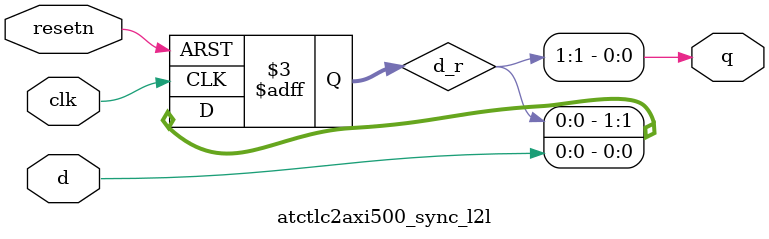
<source format=v>
module atctlc2axi500_sync_l2l ( 
    // VPERL: &PORTLIST;
    // VPERL_GENERATED_BEGIN
    	  resetn,   
    	  clk,      
    	  d,        
    	  q         
    // VPERL_GENERATED_END
);

parameter SYNC_STAGE = 2;
parameter RESET_VALUE = 1'b0;

input  resetn; 
input  clk;
input  d;
output q;

reg [SYNC_STAGE-1:0] d_r;

assign q = d_r[SYNC_STAGE-1];
always @(posedge clk or negedge resetn)begin
    if(!resetn)begin
        d_r <= {SYNC_STAGE{RESET_VALUE}};
    end
    else begin
        d_r <= {d_r[SYNC_STAGE-2:0], d};
    end
end

endmodule


</source>
